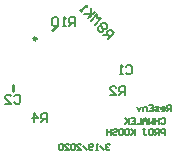
<source format=gbo>
G04*
G04 #@! TF.GenerationSoftware,Altium Limited,Altium Designer,20.0.13 (296)*
G04*
G04 Layer_Color=65280*
%FSLAX25Y25*%
%MOIN*%
G70*
G01*
G75*
%ADD11C,0.00600*%
%ADD49C,0.00984*%
%ADD50C,0.01000*%
D11*
X54567Y21605D02*
X54900Y21939D01*
X55567D01*
X55900Y21605D01*
Y20272D01*
X55567Y19939D01*
X54900D01*
X54567Y20272D01*
X53901Y21939D02*
Y19939D01*
Y20939D01*
X52568D01*
Y21939D01*
Y19939D01*
X51901Y21939D02*
Y19939D01*
X51235Y20606D01*
X50568Y19939D01*
Y21939D01*
X49902Y19939D02*
Y21272D01*
X49235Y21939D01*
X48569Y21272D01*
Y19939D01*
Y20939D01*
X49902D01*
X47903Y21939D02*
Y19939D01*
X46570D01*
X44570Y21939D02*
X45903D01*
Y19939D01*
X44570D01*
X45903Y20939D02*
X45237D01*
X43904Y21939D02*
Y19939D01*
Y20606D01*
X42571Y21939D01*
X43571Y20939D01*
X42571Y19939D01*
X55900Y16100D02*
Y18099D01*
X54900D01*
X54567Y17766D01*
Y17100D01*
X54900Y16767D01*
X55900D01*
X53901Y16100D02*
Y18099D01*
X52901D01*
X52568Y17766D01*
Y17100D01*
X52901Y16767D01*
X53901D01*
X53234D02*
X52568Y16100D01*
X50902Y18099D02*
X51568D01*
X51901Y17766D01*
Y16433D01*
X51568Y16100D01*
X50902D01*
X50568Y16433D01*
Y17766D01*
X50902Y18099D01*
X48569D02*
X49235D01*
X48902D01*
Y16433D01*
X49235Y16100D01*
X49569D01*
X49902Y16433D01*
X45903Y18099D02*
Y16100D01*
Y16767D01*
X44570Y18099D01*
X45570Y17100D01*
X44570Y16100D01*
X42904Y18099D02*
X43571D01*
X43904Y17766D01*
Y16433D01*
X43571Y16100D01*
X42904D01*
X42571Y16433D01*
Y17766D01*
X42904Y18099D01*
X40905D02*
X41571D01*
X41905Y17766D01*
Y16433D01*
X41571Y16100D01*
X40905D01*
X40572Y16433D01*
Y17766D01*
X40905Y18099D01*
X38572Y17766D02*
X38906Y18099D01*
X39572D01*
X39905Y17766D01*
Y17433D01*
X39572Y17100D01*
X38906D01*
X38572Y16767D01*
Y16433D01*
X38906Y16100D01*
X39572D01*
X39905Y16433D01*
X37906Y18099D02*
Y16100D01*
Y17100D01*
X36573D01*
Y18099D01*
Y16100D01*
X37400Y12766D02*
X37067Y13099D01*
X36400D01*
X36067Y12766D01*
Y12433D01*
X36400Y12100D01*
X36734D01*
X36400D01*
X36067Y11767D01*
Y11433D01*
X36400Y11100D01*
X37067D01*
X37400Y11433D01*
X35401Y11100D02*
X34068Y12433D01*
X33401Y11100D02*
X32735D01*
X33068D01*
Y13099D01*
X33401Y12766D01*
X31735Y11433D02*
X31402Y11100D01*
X30735D01*
X30402Y11433D01*
Y12766D01*
X30735Y13099D01*
X31402D01*
X31735Y12766D01*
Y12433D01*
X31402Y12100D01*
X30402D01*
X29736Y11100D02*
X28403Y12433D01*
X26404Y11100D02*
X27736D01*
X26404Y12433D01*
Y12766D01*
X26737Y13099D01*
X27403D01*
X27736Y12766D01*
X25737D02*
X25404Y13099D01*
X24737D01*
X24404Y12766D01*
Y11433D01*
X24737Y11100D01*
X25404D01*
X25737Y11433D01*
Y12766D01*
X22405Y11100D02*
X23738D01*
X22405Y12433D01*
Y12766D01*
X22738Y13099D01*
X23404D01*
X23738Y12766D01*
X21738D02*
X21405Y13099D01*
X20739D01*
X20405Y12766D01*
Y11433D01*
X20739Y11100D01*
X21405D01*
X21738Y11433D01*
Y12766D01*
X57900Y24100D02*
Y26099D01*
X56900D01*
X56567Y25766D01*
Y25100D01*
X56900Y24767D01*
X57900D01*
X57234D02*
X56567Y24100D01*
X54901D02*
X55567D01*
X55901Y24433D01*
Y25100D01*
X55567Y25433D01*
X54901D01*
X54568Y25100D01*
Y24767D01*
X55901D01*
X53901Y24100D02*
X52902D01*
X52568Y24433D01*
X52902Y24767D01*
X53568D01*
X53901Y25100D01*
X53568Y25433D01*
X52568D01*
X50569Y26099D02*
X51902D01*
Y24100D01*
X50569D01*
X51902Y25100D02*
X51236D01*
X49903Y24100D02*
Y25433D01*
X48903D01*
X48570Y25100D01*
Y24100D01*
X47903Y25433D02*
X47237Y24100D01*
X46570Y25433D01*
X42499Y29500D02*
Y32500D01*
X41000D01*
X40500Y32000D01*
Y31000D01*
X41000Y30500D01*
X42499D01*
X41500D02*
X40500Y29500D01*
X37501D02*
X39500D01*
X37501Y31500D01*
Y32000D01*
X38001Y32500D01*
X39000D01*
X39500Y32000D01*
X16499Y20501D02*
Y23499D01*
X15000D01*
X14500Y23000D01*
Y22000D01*
X15000Y21500D01*
X16499D01*
X15499D02*
X14500Y20501D01*
X12001D02*
Y23499D01*
X13500Y22000D01*
X11501D01*
X5500Y29193D02*
X6000Y29693D01*
X6999D01*
X7499Y29193D01*
Y27194D01*
X6999Y26694D01*
X6000D01*
X5500Y27194D01*
X2501Y26694D02*
X4500D01*
X2501Y28693D01*
Y29193D01*
X3001Y29693D01*
X4000D01*
X4500Y29193D01*
X36707Y48173D02*
X38827Y50293D01*
X37767Y51353D01*
X37060Y51353D01*
X36353Y50647D01*
X36353Y49940D01*
X37414Y48879D01*
X36707Y49586D02*
X35293Y49586D01*
X36353Y52060D02*
Y52767D01*
X35647Y53474D01*
X34940Y53474D01*
X34586Y53121D01*
Y52414D01*
X33879Y52414D01*
X33526Y52060D01*
X33526Y51353D01*
X34233Y50647D01*
X34940D01*
X35293Y51000D01*
Y51707D01*
X36000Y51707D01*
X36353Y52060D01*
X35293Y51707D02*
X34586Y52414D01*
X42743Y39019D02*
X43243Y39519D01*
X44243D01*
X44742Y39019D01*
Y37020D01*
X44243Y36520D01*
X43243D01*
X42743Y37020D01*
X41743Y36520D02*
X40744D01*
X41243D01*
Y39519D01*
X41743Y39019D01*
X32414Y52966D02*
X34534Y55086D01*
X33121D01*
X33121Y56500D01*
X31000Y54379D01*
X32414Y57207D02*
X30293Y55086D01*
X31000Y55793D01*
Y58621D01*
Y56500D01*
X28879Y56500D01*
X28172Y57207D02*
X27466Y57914D01*
X27819Y57560D01*
X29940Y59681D01*
Y58974D01*
X25700Y52500D02*
Y55499D01*
X24201D01*
X23701Y54999D01*
Y54000D01*
X24201Y53500D01*
X25700D01*
X24700D02*
X23701Y52500D01*
X22701D02*
X21701D01*
X22201D01*
Y55499D01*
X22701Y54999D01*
X20202D02*
X19702Y55499D01*
X18702D01*
X18202Y54999D01*
Y53000D01*
X18702Y52500D01*
X19702D01*
X20202Y53000D01*
Y54999D01*
D49*
X12992Y48295D02*
G03*
X12992Y48295I-492J0D01*
G01*
D50*
X4999Y31000D02*
Y33000D01*
X18293Y51292D02*
X19708Y52707D01*
M02*

</source>
